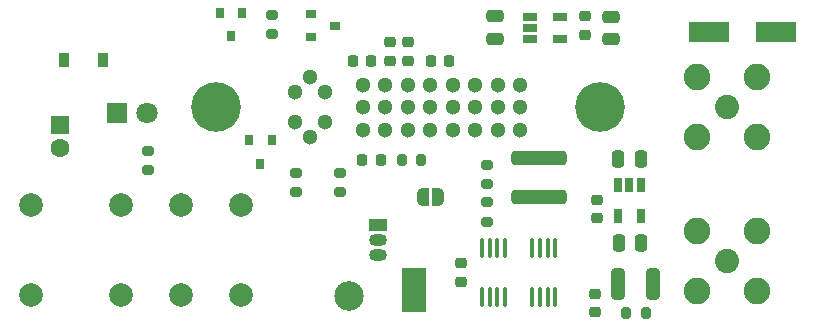
<source format=gbr>
G04 #@! TF.GenerationSoftware,KiCad,Pcbnew,(6.0.1)*
G04 #@! TF.CreationDate,2022-01-25T14:47:39+01:00*
G04 #@! TF.ProjectId,DgDrive_DVI,44674472-6976-4655-9f44-56492e6b6963,1.7*
G04 #@! TF.SameCoordinates,Original*
G04 #@! TF.FileFunction,Soldermask,Top*
G04 #@! TF.FilePolarity,Negative*
%FSLAX46Y46*%
G04 Gerber Fmt 4.6, Leading zero omitted, Abs format (unit mm)*
G04 Created by KiCad (PCBNEW (6.0.1)) date 2022-01-25 14:47:39*
%MOMM*%
%LPD*%
G01*
G04 APERTURE LIST*
G04 Aperture macros list*
%AMRoundRect*
0 Rectangle with rounded corners*
0 $1 Rounding radius*
0 $2 $3 $4 $5 $6 $7 $8 $9 X,Y pos of 4 corners*
0 Add a 4 corners polygon primitive as box body*
4,1,4,$2,$3,$4,$5,$6,$7,$8,$9,$2,$3,0*
0 Add four circle primitives for the rounded corners*
1,1,$1+$1,$2,$3*
1,1,$1+$1,$4,$5*
1,1,$1+$1,$6,$7*
1,1,$1+$1,$8,$9*
0 Add four rect primitives between the rounded corners*
20,1,$1+$1,$2,$3,$4,$5,0*
20,1,$1+$1,$4,$5,$6,$7,0*
20,1,$1+$1,$6,$7,$8,$9,0*
20,1,$1+$1,$8,$9,$2,$3,0*%
%AMFreePoly0*
4,1,20,0.000000,0.744959,0.073905,0.744508,0.209726,0.703889,0.328688,0.626782,0.421226,0.519385,0.479903,0.390333,0.500000,0.250000,0.500000,-0.250000,0.499851,-0.262216,0.476331,-0.402017,0.414519,-0.529596,0.319384,-0.634700,0.198574,-0.708877,0.061801,-0.746166,0.000000,-0.745033,0.000000,-0.750000,-0.500000,-0.750000,-0.500000,0.750000,0.000000,0.750000,0.000000,0.744959,
0.000000,0.744959,$1*%
%AMFreePoly1*
4,1,22,0.500000,-0.750000,0.000000,-0.750000,0.000000,-0.745033,-0.079941,-0.743568,-0.215256,-0.701293,-0.333266,-0.622738,-0.424486,-0.514219,-0.481581,-0.384460,-0.499164,-0.250000,-0.500000,-0.250000,-0.500000,0.250000,-0.499164,0.250000,-0.499963,0.256109,-0.478152,0.396186,-0.417904,0.524511,-0.324060,0.630769,-0.204165,0.706417,-0.067858,0.745374,0.000000,0.744959,0.000000,0.750000,
0.500000,0.750000,0.500000,-0.750000,0.500000,-0.750000,$1*%
G04 Aperture macros list end*
%ADD10RoundRect,0.300000X-2.050000X0.300000X-2.050000X-0.300000X2.050000X-0.300000X2.050000X0.300000X0*%
%ADD11R,0.800000X0.900000*%
%ADD12R,1.500000X1.050000*%
%ADD13O,1.500000X1.050000*%
%ADD14C,1.800000*%
%ADD15R,1.800000X1.800000*%
%ADD16C,2.250000*%
%ADD17C,2.050000*%
%ADD18R,0.900000X0.800000*%
%ADD19R,0.900000X1.200000*%
%ADD20RoundRect,0.249997X0.312503X1.075003X-0.312503X1.075003X-0.312503X-1.075003X0.312503X-1.075003X0*%
%ADD21RoundRect,0.200000X-0.275000X0.200000X-0.275000X-0.200000X0.275000X-0.200000X0.275000X0.200000X0*%
%ADD22RoundRect,0.200000X0.275000X-0.200000X0.275000X0.200000X-0.275000X0.200000X-0.275000X-0.200000X0*%
%ADD23C,2.000000*%
%ADD24C,1.300000*%
%ADD25C,4.200000*%
%ADD26C,2.499360*%
%ADD27R,2.000000X3.800000*%
%ADD28R,1.600000X1.600000*%
%ADD29C,1.600000*%
%ADD30RoundRect,0.225000X-0.225000X-0.250000X0.225000X-0.250000X0.225000X0.250000X-0.225000X0.250000X0*%
%ADD31RoundRect,0.225000X0.225000X0.250000X-0.225000X0.250000X-0.225000X-0.250000X0.225000X-0.250000X0*%
%ADD32RoundRect,0.225000X0.250000X-0.225000X0.250000X0.225000X-0.250000X0.225000X-0.250000X-0.225000X0*%
%ADD33RoundRect,0.250000X-0.475000X0.250000X-0.475000X-0.250000X0.475000X-0.250000X0.475000X0.250000X0*%
%ADD34RoundRect,0.225000X-0.250000X0.225000X-0.250000X-0.225000X0.250000X-0.225000X0.250000X0.225000X0*%
%ADD35RoundRect,0.250000X-0.250000X-0.475000X0.250000X-0.475000X0.250000X0.475000X-0.250000X0.475000X0*%
%ADD36RoundRect,0.250000X0.250000X0.475000X-0.250000X0.475000X-0.250000X-0.475000X0.250000X-0.475000X0*%
%ADD37RoundRect,0.218750X0.256250X-0.218750X0.256250X0.218750X-0.256250X0.218750X-0.256250X-0.218750X0*%
%ADD38RoundRect,0.100000X0.100000X-0.712500X0.100000X0.712500X-0.100000X0.712500X-0.100000X-0.712500X0*%
%ADD39R,1.220000X0.650000*%
%ADD40R,0.650000X1.220000*%
%ADD41FreePoly0,180.000000*%
%ADD42FreePoly1,180.000000*%
%ADD43R,3.400000X1.800000*%
%ADD44RoundRect,0.200000X0.200000X0.275000X-0.200000X0.275000X-0.200000X-0.275000X0.200000X-0.275000X0*%
G04 APERTURE END LIST*
D10*
X135600000Y-107100000D03*
X135600000Y-103800000D03*
D11*
X112000000Y-104300000D03*
X111050000Y-102300000D03*
X112950000Y-102300000D03*
D12*
X122000000Y-109500000D03*
D13*
X122000000Y-112040000D03*
X122000000Y-110770000D03*
D14*
X102362000Y-100000000D03*
D15*
X99822000Y-100000000D03*
D16*
X148960000Y-109960000D03*
X148960000Y-115040000D03*
X154040000Y-115040000D03*
X154040000Y-109960000D03*
D17*
X151500000Y-112500000D03*
D16*
X148960000Y-96960000D03*
X148960000Y-102040000D03*
X154040000Y-102040000D03*
X154040000Y-96960000D03*
D17*
X151500000Y-99500000D03*
D18*
X118300000Y-92600000D03*
X116300000Y-93550000D03*
X116300000Y-91650000D03*
D11*
X109500000Y-93500000D03*
X108550000Y-91500000D03*
X110450000Y-91500000D03*
D19*
X98650000Y-95500000D03*
X95350000Y-95500000D03*
D20*
X142287500Y-114500000D03*
X145212500Y-114500000D03*
D21*
X115000000Y-106725000D03*
X115000000Y-105075000D03*
D22*
X118700000Y-105075000D03*
X118700000Y-106725000D03*
X113000000Y-91675000D03*
X113000000Y-93325000D03*
D23*
X110380000Y-107780000D03*
X105300000Y-107780000D03*
X100220000Y-107780000D03*
X92600000Y-107780000D03*
X110380000Y-115400000D03*
X105300000Y-115400000D03*
X92600000Y-115400000D03*
X100220000Y-115400000D03*
D24*
X116240000Y-102018000D03*
X116240000Y-96938000D03*
X114970000Y-100748000D03*
X117510000Y-100748000D03*
X117510000Y-98208000D03*
X114970000Y-98208000D03*
X120685000Y-97595000D03*
X120685000Y-101405000D03*
X122590000Y-101405000D03*
X124495000Y-101405000D03*
X126400000Y-101405000D03*
X128305000Y-101405000D03*
X130210000Y-101405000D03*
X132115000Y-101405000D03*
X134020000Y-101405000D03*
X120685000Y-99500000D03*
X122590000Y-99500000D03*
X124495000Y-99500000D03*
X126400000Y-99500000D03*
X128305000Y-99500000D03*
X130210000Y-99500000D03*
X132115000Y-99500000D03*
D25*
X140750000Y-99500000D03*
D24*
X124495000Y-97595000D03*
X122590000Y-97595000D03*
X134020000Y-99500000D03*
X126400000Y-97595000D03*
X128305000Y-97595000D03*
X134020000Y-97595000D03*
X132115000Y-97595000D03*
X130210000Y-97595000D03*
D25*
X108240000Y-99500000D03*
D26*
X119500000Y-115500000D03*
D27*
X125000000Y-115000000D03*
D28*
X95000000Y-101000000D03*
D29*
X95000000Y-103000000D03*
D22*
X102500000Y-104825000D03*
X102500000Y-103175000D03*
D30*
X127975000Y-95600000D03*
X126425000Y-95600000D03*
D31*
X121375000Y-95600000D03*
X119825000Y-95600000D03*
D32*
X129000000Y-114275000D03*
X129000000Y-112725000D03*
D33*
X131900000Y-91800000D03*
X131900000Y-93700000D03*
D34*
X139450000Y-91825000D03*
X139450000Y-93375000D03*
D33*
X141700000Y-93750000D03*
X141700000Y-91850000D03*
D35*
X142300000Y-103900000D03*
X144200000Y-103900000D03*
D32*
X140500000Y-107375000D03*
X140500000Y-108925000D03*
D36*
X142350000Y-111000000D03*
X144250000Y-111000000D03*
D37*
X124500000Y-95587500D03*
X124500000Y-94012500D03*
X123000000Y-94012500D03*
X123000000Y-95587500D03*
D22*
X131200000Y-106025000D03*
X131200000Y-104375000D03*
X131200000Y-109225000D03*
X131200000Y-107575000D03*
D38*
X130775000Y-115612500D03*
X131425000Y-115612500D03*
X132075000Y-115612500D03*
X132725000Y-115612500D03*
X132725000Y-111387500D03*
X132075000Y-111387500D03*
X131425000Y-111387500D03*
X130775000Y-111387500D03*
D39*
X134790000Y-91850000D03*
X134790000Y-92800000D03*
X134790000Y-93750000D03*
X137410000Y-93750000D03*
X137410000Y-91850000D03*
D40*
X144200000Y-108710000D03*
X142300000Y-108710000D03*
X142300000Y-106090000D03*
X143250000Y-106090000D03*
X144200000Y-106090000D03*
D38*
X135025000Y-115612500D03*
X135675000Y-115612500D03*
X136325000Y-115612500D03*
X136975000Y-115612500D03*
X136975000Y-111387500D03*
X136325000Y-111387500D03*
X135675000Y-111387500D03*
X135025000Y-111387500D03*
D41*
X125750000Y-107100000D03*
D42*
X127050000Y-107100000D03*
D43*
X149950000Y-93100000D03*
X155676600Y-93129100D03*
D34*
X140300000Y-115325000D03*
X140300000Y-116875000D03*
D31*
X122175000Y-104000000D03*
X120625000Y-104000000D03*
D44*
X144625000Y-116900000D03*
X142975000Y-116900000D03*
X125625000Y-104000000D03*
X123975000Y-104000000D03*
M02*

</source>
